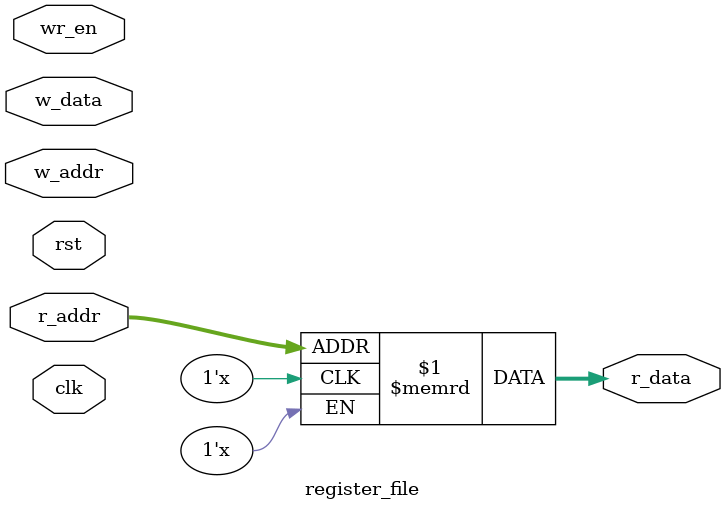
<source format=v>
`timescale 1ns / 1ps


module register_file
#(parameter B = 8,  // numero de bits
            W = 2)  // numero de endereços
(   input wire clk, rst,
    input wire wr_en,
    input wire [W-1:0] w_addr, r_addr,
    input wire [B-1:0] w_data,
    output wire [B-1:0] r_data);
    
    reg [B-1:0] array_reg [2**W-1:0];
    
    /* modo 1
    // operaçao de escrita
    always @(posedge clk, posedge rst) begin
        if (rst) begin
            for (i = 0; i < 2**W; i = i + 1) begin
                array_reg[i] <= {B{1'b0}};
            end
        end else if(wr_en) begin
            array_reg[w_addr] <= w_data;
        end
    end
    
    // operaçao de leitura
    assign r_data = array_reg[r_addr];
    */
    
    genvar i;
    generate
        for(i = 0; i < 2**W; i = i+1) begin : reg_file_lop
            register reg_inst(.clk(clk), .rst(rst), .en(wr_en & (w_addr == i)), .d(w_data), .q(array_reg[i]));
        end
    endgenerate
    
    assign r_data = array_reg[r_addr];
endmodule

</source>
